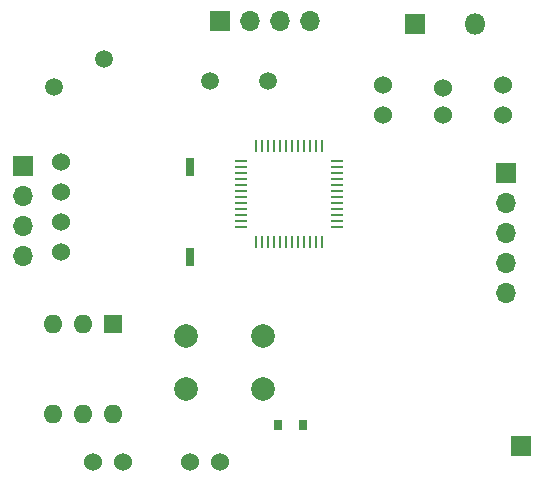
<source format=gts>
G04 #@! TF.GenerationSoftware,KiCad,Pcbnew,5.1.6-c6e7f7d~87~ubuntu18.04.1*
G04 #@! TF.CreationDate,2020-07-19T23:01:31+05:30*
G04 #@! TF.ProjectId,Sensor_pcb_v1,53656e73-6f72-45f7-9063-625f76312e6b,rev?*
G04 #@! TF.SameCoordinates,Original*
G04 #@! TF.FileFunction,Soldermask,Top*
G04 #@! TF.FilePolarity,Negative*
%FSLAX46Y46*%
G04 Gerber Fmt 4.6, Leading zero omitted, Abs format (unit mm)*
G04 Created by KiCad (PCBNEW 5.1.6-c6e7f7d~87~ubuntu18.04.1) date 2020-07-19 23:01:31*
%MOMM*%
%LPD*%
G01*
G04 APERTURE LIST*
%ADD10R,1.700000X1.700000*%
%ADD11O,1.700000X1.700000*%
%ADD12C,1.524000*%
%ADD13C,2.000000*%
%ADD14R,1.600000X1.600000*%
%ADD15O,1.600000X1.600000*%
%ADD16R,0.800000X0.900000*%
%ADD17O,1.800000X1.800000*%
%ADD18R,1.800000X1.800000*%
%ADD19R,0.760000X1.600000*%
%ADD20R,0.230000X1.000000*%
%ADD21R,1.000000X0.230000*%
%ADD22C,1.500000*%
G04 APERTURE END LIST*
D10*
X67050000Y-56420000D03*
X24860000Y-32700000D03*
D11*
X24860000Y-35240000D03*
X24860000Y-37780000D03*
X24860000Y-40320000D03*
D12*
X33340000Y-57800000D03*
X30800000Y-57810000D03*
X41510000Y-57740000D03*
X38970000Y-57750000D03*
D13*
X38680000Y-51570000D03*
X38680000Y-47070000D03*
X45180000Y-51570000D03*
X45180000Y-47070000D03*
D14*
X32460000Y-46060000D03*
D15*
X27380000Y-53680000D03*
X29920000Y-46060000D03*
X29920000Y-53680000D03*
X27380000Y-46060000D03*
X32460000Y-53680000D03*
D16*
X46490000Y-54630000D03*
X48590000Y-54630000D03*
D12*
X60410000Y-26090000D03*
X55330000Y-25890000D03*
X65490000Y-25890000D03*
X65490000Y-28430000D03*
X60410000Y-28430000D03*
X55330000Y-28430000D03*
D11*
X65760000Y-43500000D03*
X65760000Y-40960000D03*
X65760000Y-38420000D03*
X65760000Y-35880000D03*
D10*
X65760000Y-33340000D03*
D11*
X49170000Y-20450000D03*
X46630000Y-20450000D03*
X44090000Y-20450000D03*
D10*
X41550000Y-20450000D03*
D17*
X63140000Y-20710000D03*
D18*
X58060000Y-20710000D03*
D19*
X38960000Y-40370000D03*
X38960000Y-32750000D03*
D20*
X49704000Y-31024000D03*
D21*
X43354000Y-32294000D03*
X43354000Y-32802000D03*
X43354000Y-33310000D03*
X43354000Y-33818000D03*
X43354000Y-34326000D03*
X43354000Y-34834000D03*
X43354000Y-35342000D03*
X43354000Y-35850000D03*
X43354000Y-36358000D03*
X43354000Y-36866000D03*
X43354000Y-37374000D03*
X43354000Y-37882000D03*
D20*
X44624000Y-39152000D03*
X45132000Y-39152000D03*
X46148000Y-39152000D03*
X46656000Y-39152000D03*
X47164000Y-39152000D03*
X47672000Y-39152000D03*
X48180000Y-39152000D03*
X48688000Y-39152000D03*
X49196000Y-39152000D03*
X49704000Y-39152000D03*
X50212000Y-39152000D03*
D21*
X51482000Y-37374000D03*
X51482000Y-36866000D03*
X51482000Y-36358000D03*
X51482000Y-35850000D03*
X51482000Y-35342000D03*
X51482000Y-34834000D03*
X51482000Y-34326000D03*
X51482000Y-33818000D03*
X51482000Y-33310000D03*
X51482000Y-32802000D03*
X51482000Y-32294000D03*
D20*
X50212000Y-31024000D03*
X49196000Y-31024000D03*
X48688000Y-31024000D03*
X48180000Y-31024000D03*
X47672000Y-31024000D03*
X47164000Y-31024000D03*
X46656000Y-31024000D03*
X46148000Y-31024000D03*
X45640000Y-31024000D03*
X45132000Y-31024000D03*
X44624000Y-31024000D03*
D21*
X51482000Y-37882000D03*
D20*
X45640000Y-39152000D03*
D12*
X28100000Y-40000000D03*
X28100000Y-37460000D03*
X28100000Y-34920000D03*
X28100000Y-32380000D03*
D22*
X40730000Y-25540000D03*
X45610000Y-25540000D03*
X27460000Y-26060000D03*
X31686204Y-23620000D03*
M02*

</source>
